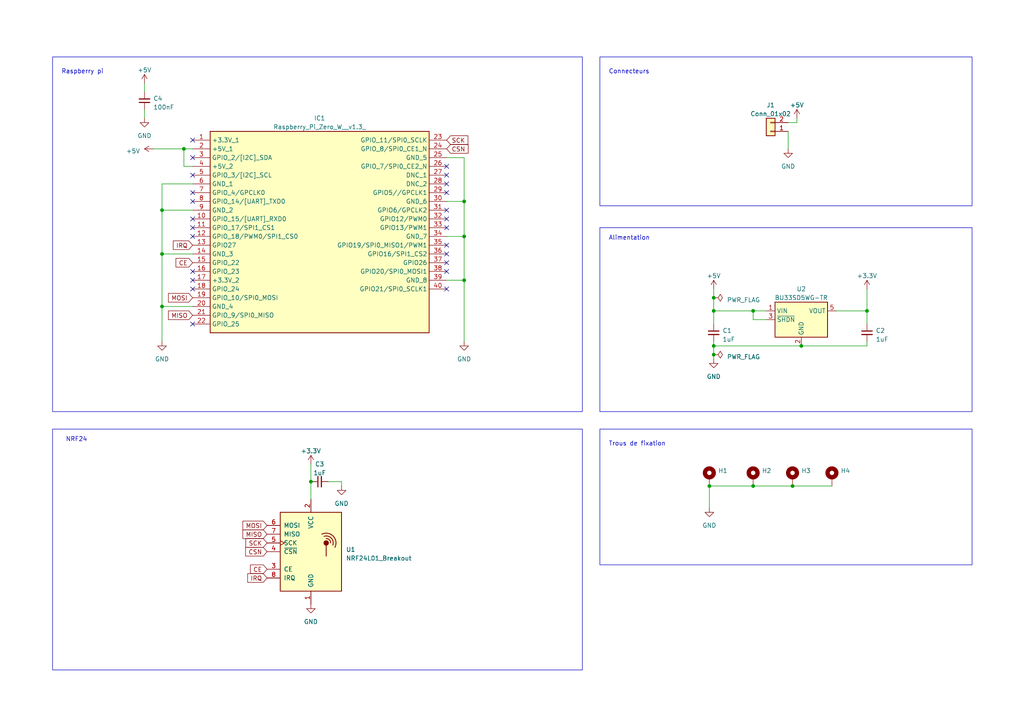
<source format=kicad_sch>
(kicad_sch (version 20230121) (generator eeschema)

  (uuid 3f261291-2464-497c-875a-1ae6dad98f9a)

  (paper "A4")

  (title_block
    (title "Connecteurs_seuls")
    (date "2023-04-18")
    (rev "1.0")
    (company "ENSEA")
    (comment 1 "Alphonse RIVOIRE")
  )

  (lib_symbols
    (symbol "Connector_Generic:Conn_01x02" (pin_names (offset 1.016) hide) (in_bom yes) (on_board yes)
      (property "Reference" "J" (at 0 2.54 0)
        (effects (font (size 1.27 1.27)))
      )
      (property "Value" "Conn_01x02" (at 0 -5.08 0)
        (effects (font (size 1.27 1.27)))
      )
      (property "Footprint" "" (at 0 0 0)
        (effects (font (size 1.27 1.27)) hide)
      )
      (property "Datasheet" "~" (at 0 0 0)
        (effects (font (size 1.27 1.27)) hide)
      )
      (property "ki_keywords" "connector" (at 0 0 0)
        (effects (font (size 1.27 1.27)) hide)
      )
      (property "ki_description" "Generic connector, single row, 01x02, script generated (kicad-library-utils/schlib/autogen/connector/)" (at 0 0 0)
        (effects (font (size 1.27 1.27)) hide)
      )
      (property "ki_fp_filters" "Connector*:*_1x??_*" (at 0 0 0)
        (effects (font (size 1.27 1.27)) hide)
      )
      (symbol "Conn_01x02_1_1"
        (rectangle (start -1.27 -2.413) (end 0 -2.667)
          (stroke (width 0.1524) (type default))
          (fill (type none))
        )
        (rectangle (start -1.27 0.127) (end 0 -0.127)
          (stroke (width 0.1524) (type default))
          (fill (type none))
        )
        (rectangle (start -1.27 1.27) (end 1.27 -3.81)
          (stroke (width 0.254) (type default))
          (fill (type background))
        )
        (pin passive line (at -5.08 0 0) (length 3.81)
          (name "Pin_1" (effects (font (size 1.27 1.27))))
          (number "1" (effects (font (size 1.27 1.27))))
        )
        (pin passive line (at -5.08 -2.54 0) (length 3.81)
          (name "Pin_2" (effects (font (size 1.27 1.27))))
          (number "2" (effects (font (size 1.27 1.27))))
        )
      )
    )
    (symbol "Device:C_Small" (pin_numbers hide) (pin_names (offset 0.254) hide) (in_bom yes) (on_board yes)
      (property "Reference" "C" (at 0.254 1.778 0)
        (effects (font (size 1.27 1.27)) (justify left))
      )
      (property "Value" "C_Small" (at 0.254 -2.032 0)
        (effects (font (size 1.27 1.27)) (justify left))
      )
      (property "Footprint" "" (at 0 0 0)
        (effects (font (size 1.27 1.27)) hide)
      )
      (property "Datasheet" "~" (at 0 0 0)
        (effects (font (size 1.27 1.27)) hide)
      )
      (property "ki_keywords" "capacitor cap" (at 0 0 0)
        (effects (font (size 1.27 1.27)) hide)
      )
      (property "ki_description" "Unpolarized capacitor, small symbol" (at 0 0 0)
        (effects (font (size 1.27 1.27)) hide)
      )
      (property "ki_fp_filters" "C_*" (at 0 0 0)
        (effects (font (size 1.27 1.27)) hide)
      )
      (symbol "C_Small_0_1"
        (polyline
          (pts
            (xy -1.524 -0.508)
            (xy 1.524 -0.508)
          )
          (stroke (width 0.3302) (type default))
          (fill (type none))
        )
        (polyline
          (pts
            (xy -1.524 0.508)
            (xy 1.524 0.508)
          )
          (stroke (width 0.3048) (type default))
          (fill (type none))
        )
      )
      (symbol "C_Small_1_1"
        (pin passive line (at 0 2.54 270) (length 2.032)
          (name "~" (effects (font (size 1.27 1.27))))
          (number "1" (effects (font (size 1.27 1.27))))
        )
        (pin passive line (at 0 -2.54 90) (length 2.032)
          (name "~" (effects (font (size 1.27 1.27))))
          (number "2" (effects (font (size 1.27 1.27))))
        )
      )
    )
    (symbol "Mechanical:MountingHole_Pad" (pin_numbers hide) (pin_names (offset 1.016) hide) (in_bom yes) (on_board yes)
      (property "Reference" "H" (at 0 6.35 0)
        (effects (font (size 1.27 1.27)))
      )
      (property "Value" "MountingHole_Pad" (at 0 4.445 0)
        (effects (font (size 1.27 1.27)))
      )
      (property "Footprint" "" (at 0 0 0)
        (effects (font (size 1.27 1.27)) hide)
      )
      (property "Datasheet" "~" (at 0 0 0)
        (effects (font (size 1.27 1.27)) hide)
      )
      (property "ki_keywords" "mounting hole" (at 0 0 0)
        (effects (font (size 1.27 1.27)) hide)
      )
      (property "ki_description" "Mounting Hole with connection" (at 0 0 0)
        (effects (font (size 1.27 1.27)) hide)
      )
      (property "ki_fp_filters" "MountingHole*Pad*" (at 0 0 0)
        (effects (font (size 1.27 1.27)) hide)
      )
      (symbol "MountingHole_Pad_0_1"
        (circle (center 0 1.27) (radius 1.27)
          (stroke (width 1.27) (type default))
          (fill (type none))
        )
      )
      (symbol "MountingHole_Pad_1_1"
        (pin input line (at 0 -2.54 90) (length 2.54)
          (name "1" (effects (font (size 1.27 1.27))))
          (number "1" (effects (font (size 1.27 1.27))))
        )
      )
    )
    (symbol "RF:NRF24L01_Breakout" (pin_names (offset 1.016)) (in_bom yes) (on_board yes)
      (property "Reference" "U" (at -8.89 12.7 0)
        (effects (font (size 1.27 1.27)) (justify left))
      )
      (property "Value" "NRF24L01_Breakout" (at 3.81 12.7 0)
        (effects (font (size 1.27 1.27)) (justify left))
      )
      (property "Footprint" "RF_Module:nRF24L01_Breakout" (at 3.81 15.24 0)
        (effects (font (size 1.27 1.27) italic) (justify left) hide)
      )
      (property "Datasheet" "http://www.nordicsemi.com/eng/content/download/2730/34105/file/nRF24L01_Product_Specification_v2_0.pdf" (at 0 -2.54 0)
        (effects (font (size 1.27 1.27)) hide)
      )
      (property "ki_keywords" "Low Power RF Transceiver breakout carrier" (at 0 0 0)
        (effects (font (size 1.27 1.27)) hide)
      )
      (property "ki_description" "Ultra low power 2.4GHz RF Transceiver, Carrier PCB" (at 0 0 0)
        (effects (font (size 1.27 1.27)) hide)
      )
      (property "ki_fp_filters" "nRF24L01*Breakout*" (at 0 0 0)
        (effects (font (size 1.27 1.27)) hide)
      )
      (symbol "NRF24L01_Breakout_0_1"
        (rectangle (start -8.89 11.43) (end 8.89 -11.43)
          (stroke (width 0.254) (type default))
          (fill (type background))
        )
        (polyline
          (pts
            (xy 4.445 1.905)
            (xy 4.445 -1.27)
          )
          (stroke (width 0.254) (type default))
          (fill (type none))
        )
        (circle (center 4.445 2.54) (radius 0.635)
          (stroke (width 0.254) (type default))
          (fill (type outline))
        )
        (arc (start 5.715 2.54) (mid 5.3521 3.4546) (end 4.445 3.81)
          (stroke (width 0.254) (type default))
          (fill (type none))
        )
        (arc (start 6.35 1.905) (mid 5.8763 3.9854) (end 3.81 4.445)
          (stroke (width 0.254) (type default))
          (fill (type none))
        )
        (arc (start 6.985 1.27) (mid 6.453 4.548) (end 3.175 5.08)
          (stroke (width 0.254) (type default))
          (fill (type none))
        )
      )
      (symbol "NRF24L01_Breakout_1_1"
        (pin power_in line (at 0 -15.24 90) (length 3.81)
          (name "GND" (effects (font (size 1.27 1.27))))
          (number "1" (effects (font (size 1.27 1.27))))
        )
        (pin power_in line (at 0 15.24 270) (length 3.81)
          (name "VCC" (effects (font (size 1.27 1.27))))
          (number "2" (effects (font (size 1.27 1.27))))
        )
        (pin input line (at -12.7 -5.08 0) (length 3.81)
          (name "CE" (effects (font (size 1.27 1.27))))
          (number "3" (effects (font (size 1.27 1.27))))
        )
        (pin input line (at -12.7 0 0) (length 3.81)
          (name "~{CSN}" (effects (font (size 1.27 1.27))))
          (number "4" (effects (font (size 1.27 1.27))))
        )
        (pin input clock (at -12.7 2.54 0) (length 3.81)
          (name "SCK" (effects (font (size 1.27 1.27))))
          (number "5" (effects (font (size 1.27 1.27))))
        )
        (pin input line (at -12.7 7.62 0) (length 3.81)
          (name "MOSI" (effects (font (size 1.27 1.27))))
          (number "6" (effects (font (size 1.27 1.27))))
        )
        (pin output line (at -12.7 5.08 0) (length 3.81)
          (name "MISO" (effects (font (size 1.27 1.27))))
          (number "7" (effects (font (size 1.27 1.27))))
        )
        (pin output line (at -12.7 -7.62 0) (length 3.81)
          (name "IRQ" (effects (font (size 1.27 1.27))))
          (number "8" (effects (font (size 1.27 1.27))))
        )
      )
    )
    (symbol "Raspberry_pi_zero_1v1_2x20:Raspberry_Pi_Zero_W__v1.3_" (in_bom yes) (on_board yes)
      (property "Reference" "IC1" (at 36.83 6.35 0)
        (effects (font (size 1.27 1.27)))
      )
      (property "Value" "Raspberry_Pi_Zero_W__v1.3_" (at 36.83 3.81 0)
        (effects (font (size 1.27 1.27)))
      )
      (property "Footprint" "Connector_PinHeader_2.54mm:PinHeader_2x20_P2.54mm_Vertical" (at 69.85 -94.92 0)
        (effects (font (size 1.27 1.27)) (justify left top) hide)
      )
      (property "Datasheet" "https://cdn.sparkfun.com/assets/learn_tutorials/6/7/6/PiZero_1.pdf" (at 69.85 -194.92 0)
        (effects (font (size 1.27 1.27)) (justify left top) hide)
      )
      (property "Height" "" (at 69.85 -394.92 0)
        (effects (font (size 1.27 1.27)) (justify left top) hide)
      )
      (property "Manufacturer_Name" "RASPBERRY-PI" (at 69.85 -494.92 0)
        (effects (font (size 1.27 1.27)) (justify left top) hide)
      )
      (property "Manufacturer_Part_Number" "Raspberry Pi Zero W (v1.3)" (at 69.85 -594.92 0)
        (effects (font (size 1.27 1.27)) (justify left top) hide)
      )
      (property "Mouser Part Number" "" (at 69.85 -694.92 0)
        (effects (font (size 1.27 1.27)) (justify left top) hide)
      )
      (property "Mouser Price/Stock" "" (at 69.85 -794.92 0)
        (effects (font (size 1.27 1.27)) (justify left top) hide)
      )
      (property "Arrow Part Number" "" (at 69.85 -894.92 0)
        (effects (font (size 1.27 1.27)) (justify left top) hide)
      )
      (property "Arrow Price/Stock" "" (at 69.85 -994.92 0)
        (effects (font (size 1.27 1.27)) (justify left top) hide)
      )
      (property "ki_description" "Raspberry Pi Zero W (v1.3) Single-board Computers" (at 0 0 0)
        (effects (font (size 1.27 1.27)) hide)
      )
      (symbol "Raspberry_Pi_Zero_W__v1.3__1_1"
        (rectangle (start 5.08 2.54) (end 68.58 -55.88)
          (stroke (width 0.254) (type default))
          (fill (type background))
        )
        (pin passive line (at 0 0 0) (length 5.08)
          (name "+3.3V_1" (effects (font (size 1.27 1.27))))
          (number "1" (effects (font (size 1.27 1.27))))
        )
        (pin passive line (at 0 -22.86 0) (length 5.08)
          (name "GPIO_15/[UART]_RXD0" (effects (font (size 1.27 1.27))))
          (number "10" (effects (font (size 1.27 1.27))))
        )
        (pin passive line (at 0 -25.4 0) (length 5.08)
          (name "GPIO_17/SPI1_CS1" (effects (font (size 1.27 1.27))))
          (number "11" (effects (font (size 1.27 1.27))))
        )
        (pin passive line (at 0 -27.94 0) (length 5.08)
          (name "GPIO_18/PWM0/SPI1_CS0" (effects (font (size 1.27 1.27))))
          (number "12" (effects (font (size 1.27 1.27))))
        )
        (pin passive line (at 0 -30.48 0) (length 5.08)
          (name "GPIO27" (effects (font (size 1.27 1.27))))
          (number "13" (effects (font (size 1.27 1.27))))
        )
        (pin passive line (at 0 -33.02 0) (length 5.08)
          (name "GND_3" (effects (font (size 1.27 1.27))))
          (number "14" (effects (font (size 1.27 1.27))))
        )
        (pin passive line (at 0 -35.56 0) (length 5.08)
          (name "GPIO_22" (effects (font (size 1.27 1.27))))
          (number "15" (effects (font (size 1.27 1.27))))
        )
        (pin passive line (at 0 -38.1 0) (length 5.08)
          (name "GPIO_23" (effects (font (size 1.27 1.27))))
          (number "16" (effects (font (size 1.27 1.27))))
        )
        (pin passive line (at 0 -40.64 0) (length 5.08)
          (name "+3.3V_2" (effects (font (size 1.27 1.27))))
          (number "17" (effects (font (size 1.27 1.27))))
        )
        (pin passive line (at 0 -43.18 0) (length 5.08)
          (name "GPIO_24" (effects (font (size 1.27 1.27))))
          (number "18" (effects (font (size 1.27 1.27))))
        )
        (pin passive line (at 0 -45.72 0) (length 5.08)
          (name "GPIO_10/SPI0_MOSI" (effects (font (size 1.27 1.27))))
          (number "19" (effects (font (size 1.27 1.27))))
        )
        (pin passive line (at 0 -2.54 0) (length 5.08)
          (name "+5V_1" (effects (font (size 1.27 1.27))))
          (number "2" (effects (font (size 1.27 1.27))))
        )
        (pin passive line (at 0 -48.26 0) (length 5.08)
          (name "GND_4" (effects (font (size 1.27 1.27))))
          (number "20" (effects (font (size 1.27 1.27))))
        )
        (pin passive line (at 0 -50.8 0) (length 5.08)
          (name "GPIO_9/SPI0_MISO" (effects (font (size 1.27 1.27))))
          (number "21" (effects (font (size 1.27 1.27))))
        )
        (pin passive line (at 0 -53.34 0) (length 5.08)
          (name "GPIO_25" (effects (font (size 1.27 1.27))))
          (number "22" (effects (font (size 1.27 1.27))))
        )
        (pin passive line (at 73.66 0 180) (length 5.08)
          (name "GPIO_11/SPI0_SCLK" (effects (font (size 1.27 1.27))))
          (number "23" (effects (font (size 1.27 1.27))))
        )
        (pin passive line (at 73.66 -2.54 180) (length 5.08)
          (name "GPIO_8/SPI0_CE1_N" (effects (font (size 1.27 1.27))))
          (number "24" (effects (font (size 1.27 1.27))))
        )
        (pin passive line (at 73.66 -5.08 180) (length 5.08)
          (name "GND_5" (effects (font (size 1.27 1.27))))
          (number "25" (effects (font (size 1.27 1.27))))
        )
        (pin passive line (at 73.66 -7.62 180) (length 5.08)
          (name "GPIO_7/SPI0_CE2_N" (effects (font (size 1.27 1.27))))
          (number "26" (effects (font (size 1.27 1.27))))
        )
        (pin passive line (at 73.66 -10.16 180) (length 5.08)
          (name "DNC_1" (effects (font (size 1.27 1.27))))
          (number "27" (effects (font (size 1.27 1.27))))
        )
        (pin passive line (at 73.66 -12.7 180) (length 5.08)
          (name "DNC_2" (effects (font (size 1.27 1.27))))
          (number "28" (effects (font (size 1.27 1.27))))
        )
        (pin passive line (at 73.66 -15.24 180) (length 5.08)
          (name "GPIO5//GPCLK1" (effects (font (size 1.27 1.27))))
          (number "29" (effects (font (size 1.27 1.27))))
        )
        (pin passive line (at 0 -5.08 0) (length 5.08)
          (name "GPIO_2/[I2C]_SDA" (effects (font (size 1.27 1.27))))
          (number "3" (effects (font (size 1.27 1.27))))
        )
        (pin passive line (at 73.66 -17.78 180) (length 5.08)
          (name "GND_6" (effects (font (size 1.27 1.27))))
          (number "30" (effects (font (size 1.27 1.27))))
        )
        (pin passive line (at 73.66 -20.32 180) (length 5.08)
          (name "GPIO6/GPCLK2" (effects (font (size 1.27 1.27))))
          (number "31" (effects (font (size 1.27 1.27))))
        )
        (pin passive line (at 73.66 -22.86 180) (length 5.08)
          (name "GPIO12/PWM0" (effects (font (size 1.27 1.27))))
          (number "32" (effects (font (size 1.27 1.27))))
        )
        (pin passive line (at 73.66 -25.4 180) (length 5.08)
          (name "GPIO13/PWM1" (effects (font (size 1.27 1.27))))
          (number "33" (effects (font (size 1.27 1.27))))
        )
        (pin passive line (at 73.66 -27.94 180) (length 5.08)
          (name "GND_7" (effects (font (size 1.27 1.27))))
          (number "34" (effects (font (size 1.27 1.27))))
        )
        (pin passive line (at 73.66 -30.48 180) (length 5.08)
          (name "GPIO19/SPI0_MISO1/PWM1" (effects (font (size 1.27 1.27))))
          (number "35" (effects (font (size 1.27 1.27))))
        )
        (pin passive line (at 73.66 -33.02 180) (length 5.08)
          (name "GPIO16/SPI1_CS2" (effects (font (size 1.27 1.27))))
          (number "36" (effects (font (size 1.27 1.27))))
        )
        (pin passive line (at 73.66 -35.56 180) (length 5.08)
          (name "GPIO26" (effects (font (size 1.27 1.27))))
          (number "37" (effects (font (size 1.27 1.27))))
        )
        (pin passive line (at 73.66 -38.1 180) (length 5.08)
          (name "GPIO20/SPI0_MOSI1" (effects (font (size 1.27 1.27))))
          (number "38" (effects (font (size 1.27 1.27))))
        )
        (pin passive line (at 73.66 -40.64 180) (length 5.08)
          (name "GND_8" (effects (font (size 1.27 1.27))))
          (number "39" (effects (font (size 1.27 1.27))))
        )
        (pin passive line (at 0 -7.62 0) (length 5.08)
          (name "+5V_2" (effects (font (size 1.27 1.27))))
          (number "4" (effects (font (size 1.27 1.27))))
        )
        (pin passive line (at 73.66 -43.18 180) (length 5.08)
          (name "GPIO21/SPI0_SCLK1" (effects (font (size 1.27 1.27))))
          (number "40" (effects (font (size 1.27 1.27))))
        )
        (pin passive line (at 0 -10.16 0) (length 5.08)
          (name "GPIO_3/[I2C]_SCL" (effects (font (size 1.27 1.27))))
          (number "5" (effects (font (size 1.27 1.27))))
        )
        (pin passive line (at 0 -12.7 0) (length 5.08)
          (name "GND_1" (effects (font (size 1.27 1.27))))
          (number "6" (effects (font (size 1.27 1.27))))
        )
        (pin passive line (at 0 -15.24 0) (length 5.08)
          (name "GPIO_4/GPCLK0" (effects (font (size 1.27 1.27))))
          (number "7" (effects (font (size 1.27 1.27))))
        )
        (pin passive line (at 0 -17.78 0) (length 5.08)
          (name "GPIO_14/[UART]_TXD0" (effects (font (size 1.27 1.27))))
          (number "8" (effects (font (size 1.27 1.27))))
        )
        (pin passive line (at 0 -20.32 0) (length 5.08)
          (name "GND_2" (effects (font (size 1.27 1.27))))
          (number "9" (effects (font (size 1.27 1.27))))
        )
      )
    )
    (symbol "Regulator_Linear:MCP1802x-xx02xOT" (in_bom yes) (on_board yes)
      (property "Reference" "U" (at -6.35 6.35 0)
        (effects (font (size 1.27 1.27)) (justify left))
      )
      (property "Value" "MCP1802x-xx02xOT" (at 0 6.35 0)
        (effects (font (size 1.27 1.27)) (justify left))
      )
      (property "Footprint" "Package_TO_SOT_SMD:SOT-23-5" (at -6.35 8.89 0)
        (effects (font (size 1.27 1.27) italic) (justify left) hide)
      )
      (property "Datasheet" "http://ww1.microchip.com/downloads/en/DeviceDoc/22053C.pdf" (at 0 -2.54 0)
        (effects (font (size 1.27 1.27)) hide)
      )
      (property "ki_keywords" "LDO Linear Voltage Regulator" (at 0 0 0)
        (effects (font (size 1.27 1.27)) hide)
      )
      (property "ki_description" "150mA, Tiny CMOS LDO With Shutdown, Fixed Voltage, SOT-23-5" (at 0 0 0)
        (effects (font (size 1.27 1.27)) hide)
      )
      (property "ki_fp_filters" "SOT?23*" (at 0 0 0)
        (effects (font (size 1.27 1.27)) hide)
      )
      (symbol "MCP1802x-xx02xOT_0_1"
        (rectangle (start -7.62 5.08) (end 7.62 -5.08)
          (stroke (width 0.254) (type default))
          (fill (type background))
        )
      )
      (symbol "MCP1802x-xx02xOT_1_1"
        (pin power_in line (at -10.16 2.54 0) (length 2.54)
          (name "VIN" (effects (font (size 1.27 1.27))))
          (number "1" (effects (font (size 1.27 1.27))))
        )
        (pin power_in line (at 0 -7.62 90) (length 2.54)
          (name "GND" (effects (font (size 1.27 1.27))))
          (number "2" (effects (font (size 1.27 1.27))))
        )
        (pin input line (at -10.16 0 0) (length 2.54)
          (name "~{SHDN}" (effects (font (size 1.27 1.27))))
          (number "3" (effects (font (size 1.27 1.27))))
        )
        (pin no_connect line (at 7.62 0 180) (length 2.54) hide
          (name "NC" (effects (font (size 1.27 1.27))))
          (number "4" (effects (font (size 1.27 1.27))))
        )
        (pin power_out line (at 10.16 2.54 180) (length 2.54)
          (name "VOUT" (effects (font (size 1.27 1.27))))
          (number "5" (effects (font (size 1.27 1.27))))
        )
      )
    )
    (symbol "power:+3.3V" (power) (pin_names (offset 0)) (in_bom yes) (on_board yes)
      (property "Reference" "#PWR" (at 0 -3.81 0)
        (effects (font (size 1.27 1.27)) hide)
      )
      (property "Value" "+3.3V" (at 0 3.556 0)
        (effects (font (size 1.27 1.27)))
      )
      (property "Footprint" "" (at 0 0 0)
        (effects (font (size 1.27 1.27)) hide)
      )
      (property "Datasheet" "" (at 0 0 0)
        (effects (font (size 1.27 1.27)) hide)
      )
      (property "ki_keywords" "global power" (at 0 0 0)
        (effects (font (size 1.27 1.27)) hide)
      )
      (property "ki_description" "Power symbol creates a global label with name \"+3.3V\"" (at 0 0 0)
        (effects (font (size 1.27 1.27)) hide)
      )
      (symbol "+3.3V_0_1"
        (polyline
          (pts
            (xy -0.762 1.27)
            (xy 0 2.54)
          )
          (stroke (width 0) (type default))
          (fill (type none))
        )
        (polyline
          (pts
            (xy 0 0)
            (xy 0 2.54)
          )
          (stroke (width 0) (type default))
          (fill (type none))
        )
        (polyline
          (pts
            (xy 0 2.54)
            (xy 0.762 1.27)
          )
          (stroke (width 0) (type default))
          (fill (type none))
        )
      )
      (symbol "+3.3V_1_1"
        (pin power_in line (at 0 0 90) (length 0) hide
          (name "+3.3V" (effects (font (size 1.27 1.27))))
          (number "1" (effects (font (size 1.27 1.27))))
        )
      )
    )
    (symbol "power:+5V" (power) (pin_names (offset 0)) (in_bom yes) (on_board yes)
      (property "Reference" "#PWR" (at 0 -3.81 0)
        (effects (font (size 1.27 1.27)) hide)
      )
      (property "Value" "+5V" (at 0 3.556 0)
        (effects (font (size 1.27 1.27)))
      )
      (property "Footprint" "" (at 0 0 0)
        (effects (font (size 1.27 1.27)) hide)
      )
      (property "Datasheet" "" (at 0 0 0)
        (effects (font (size 1.27 1.27)) hide)
      )
      (property "ki_keywords" "global power" (at 0 0 0)
        (effects (font (size 1.27 1.27)) hide)
      )
      (property "ki_description" "Power symbol creates a global label with name \"+5V\"" (at 0 0 0)
        (effects (font (size 1.27 1.27)) hide)
      )
      (symbol "+5V_0_1"
        (polyline
          (pts
            (xy -0.762 1.27)
            (xy 0 2.54)
          )
          (stroke (width 0) (type default))
          (fill (type none))
        )
        (polyline
          (pts
            (xy 0 0)
            (xy 0 2.54)
          )
          (stroke (width 0) (type default))
          (fill (type none))
        )
        (polyline
          (pts
            (xy 0 2.54)
            (xy 0.762 1.27)
          )
          (stroke (width 0) (type default))
          (fill (type none))
        )
      )
      (symbol "+5V_1_1"
        (pin power_in line (at 0 0 90) (length 0) hide
          (name "+5V" (effects (font (size 1.27 1.27))))
          (number "1" (effects (font (size 1.27 1.27))))
        )
      )
    )
    (symbol "power:GND" (power) (pin_names (offset 0)) (in_bom yes) (on_board yes)
      (property "Reference" "#PWR" (at 0 -6.35 0)
        (effects (font (size 1.27 1.27)) hide)
      )
      (property "Value" "GND" (at 0 -3.81 0)
        (effects (font (size 1.27 1.27)))
      )
      (property "Footprint" "" (at 0 0 0)
        (effects (font (size 1.27 1.27)) hide)
      )
      (property "Datasheet" "" (at 0 0 0)
        (effects (font (size 1.27 1.27)) hide)
      )
      (property "ki_keywords" "global power" (at 0 0 0)
        (effects (font (size 1.27 1.27)) hide)
      )
      (property "ki_description" "Power symbol creates a global label with name \"GND\" , ground" (at 0 0 0)
        (effects (font (size 1.27 1.27)) hide)
      )
      (symbol "GND_0_1"
        (polyline
          (pts
            (xy 0 0)
            (xy 0 -1.27)
            (xy 1.27 -1.27)
            (xy 0 -2.54)
            (xy -1.27 -1.27)
            (xy 0 -1.27)
          )
          (stroke (width 0) (type default))
          (fill (type none))
        )
      )
      (symbol "GND_1_1"
        (pin power_in line (at 0 0 270) (length 0) hide
          (name "GND" (effects (font (size 1.27 1.27))))
          (number "1" (effects (font (size 1.27 1.27))))
        )
      )
    )
    (symbol "power:PWR_FLAG" (power) (pin_numbers hide) (pin_names (offset 0) hide) (in_bom yes) (on_board yes)
      (property "Reference" "#FLG" (at 0 1.905 0)
        (effects (font (size 1.27 1.27)) hide)
      )
      (property "Value" "PWR_FLAG" (at 0 3.81 0)
        (effects (font (size 1.27 1.27)))
      )
      (property "Footprint" "" (at 0 0 0)
        (effects (font (size 1.27 1.27)) hide)
      )
      (property "Datasheet" "~" (at 0 0 0)
        (effects (font (size 1.27 1.27)) hide)
      )
      (property "ki_keywords" "flag power" (at 0 0 0)
        (effects (font (size 1.27 1.27)) hide)
      )
      (property "ki_description" "Special symbol for telling ERC where power comes from" (at 0 0 0)
        (effects (font (size 1.27 1.27)) hide)
      )
      (symbol "PWR_FLAG_0_0"
        (pin power_out line (at 0 0 90) (length 0)
          (name "pwr" (effects (font (size 1.27 1.27))))
          (number "1" (effects (font (size 1.27 1.27))))
        )
      )
      (symbol "PWR_FLAG_0_1"
        (polyline
          (pts
            (xy 0 0)
            (xy 0 1.27)
            (xy -1.016 1.905)
            (xy 0 2.54)
            (xy 1.016 1.905)
            (xy 0 1.27)
          )
          (stroke (width 0) (type default))
          (fill (type none))
        )
      )
    )
  )

  (junction (at 53.34 43.18) (diameter 0) (color 0 0 0 0)
    (uuid 042db5ee-9b11-4826-abdf-a4fc4ff36285)
  )
  (junction (at 46.99 88.9) (diameter 0) (color 0 0 0 0)
    (uuid 04b451ec-0bc0-4d13-98a4-ebf04142e03e)
  )
  (junction (at 46.99 73.66) (diameter 0) (color 0 0 0 0)
    (uuid 320badd0-a4ed-4ab9-846a-d64621b91398)
  )
  (junction (at 207.01 102.87) (diameter 0) (color 0 0 0 0)
    (uuid 4d9c9a12-d10d-4c4e-9585-16e08277a5ac)
  )
  (junction (at 90.17 139.7) (diameter 0) (color 0 0 0 0)
    (uuid 60d13449-2849-4652-936b-212a7e972606)
  )
  (junction (at 251.46 90.17) (diameter 0) (color 0 0 0 0)
    (uuid 6209b00e-07c8-4bfa-8e36-5124fa8cb0be)
  )
  (junction (at 207.01 100.33) (diameter 0) (color 0 0 0 0)
    (uuid 626e8c5c-aa63-4997-ac78-7343ab8c5ece)
  )
  (junction (at 46.99 60.96) (diameter 0) (color 0 0 0 0)
    (uuid 6440dd51-fdd1-4f0b-a5a6-aa2054709253)
  )
  (junction (at 207.01 90.17) (diameter 0) (color 0 0 0 0)
    (uuid 843804a7-4432-4fcf-8f74-7ed711959047)
  )
  (junction (at 134.62 58.42) (diameter 0) (color 0 0 0 0)
    (uuid 96030dee-7125-43d8-970a-7c530a8ae04d)
  )
  (junction (at 205.74 140.97) (diameter 0) (color 0 0 0 0)
    (uuid aabfc69a-2c0b-4b94-b4b2-d582532ab151)
  )
  (junction (at 218.44 140.97) (diameter 0) (color 0 0 0 0)
    (uuid af34e498-dd55-4b82-8548-c2fd12c6c2ca)
  )
  (junction (at 232.41 100.33) (diameter 0) (color 0 0 0 0)
    (uuid af8b4ef9-17dc-497c-9aec-59dcd06b6900)
  )
  (junction (at 134.62 81.28) (diameter 0) (color 0 0 0 0)
    (uuid c4dff3c4-ba2a-4af3-bde0-71ed537780c5)
  )
  (junction (at 207.01 86.36) (diameter 0) (color 0 0 0 0)
    (uuid cf225e3a-aba8-44a0-9128-a4dd0d648492)
  )
  (junction (at 218.44 90.17) (diameter 0) (color 0 0 0 0)
    (uuid d50994b9-04f4-4fd2-b309-61586f688524)
  )
  (junction (at 229.87 140.97) (diameter 0) (color 0 0 0 0)
    (uuid d798278c-6a63-4a5b-9577-ba44302fe6bb)
  )
  (junction (at 134.62 68.58) (diameter 0) (color 0 0 0 0)
    (uuid fde81b18-c431-4ebe-8ec3-8485827722ed)
  )

  (no_connect (at 55.88 66.04) (uuid 05b6ed90-68ff-4deb-b4f4-b2bab77b81dd))
  (no_connect (at 129.54 83.82) (uuid 194379e5-9787-4451-82e5-3f8cdae033be))
  (no_connect (at 129.54 63.5) (uuid 309f5444-3f92-4777-be0c-c395ffb32c9e))
  (no_connect (at 55.88 63.5) (uuid 47bdf4e0-ab45-49a9-92b7-4726e510fb80))
  (no_connect (at 129.54 60.96) (uuid 5712309d-d15e-464c-a716-e2a3a5d4f8ac))
  (no_connect (at 129.54 50.8) (uuid 5f3708ec-f71f-4f56-818e-1bf9f556645e))
  (no_connect (at 55.88 40.64) (uuid 655faac4-1c2b-481f-aa71-8dad6512afb4))
  (no_connect (at 129.54 73.66) (uuid 6f7d508c-28d4-4cd5-9e40-c14802a8b217))
  (no_connect (at 55.88 45.72) (uuid 7491c10e-1324-438d-9a0a-51f60801cf0f))
  (no_connect (at 55.88 83.82) (uuid 7d6a0102-251f-450b-a90e-c762c91748fd))
  (no_connect (at 55.88 50.8) (uuid 885573bd-7483-4366-b250-d1f923f231af))
  (no_connect (at 129.54 53.34) (uuid 88e23f48-0bcf-4013-9721-24d7c2a09aed))
  (no_connect (at 55.88 93.98) (uuid 8cb1e13a-91b3-4042-942a-6a61184638f9))
  (no_connect (at 55.88 58.42) (uuid 947e493a-b71e-43a1-944a-3cf4bd90139a))
  (no_connect (at 55.88 68.58) (uuid 9ae2c0b4-08ca-45aa-8484-2b611cd5423a))
  (no_connect (at 55.88 81.28) (uuid ab8eb46b-3f30-4852-8724-a8d284094f9d))
  (no_connect (at 55.88 55.88) (uuid ad8acc94-aef2-4537-8df4-fab4c9b1642c))
  (no_connect (at 129.54 76.2) (uuid b06850d9-eb6e-490e-bfd7-dd18853c3fef))
  (no_connect (at 129.54 55.88) (uuid b06c3919-1b77-4c11-baf0-d89db2646cfc))
  (no_connect (at 129.54 78.74) (uuid dad5f48d-dfe7-4891-93f5-4e8c102e5d2b))
  (no_connect (at 129.54 66.04) (uuid e77759fa-55cc-4549-a60d-14cc14957eea))
  (no_connect (at 129.54 71.12) (uuid f07895a9-e9d8-4099-b58b-a329599fb552))
  (no_connect (at 129.54 48.26) (uuid f7b92c43-e954-4935-9c94-c7123c453e9a))
  (no_connect (at 55.88 78.74) (uuid fb66947a-dbca-441d-b547-58317b8757d9))

  (wire (pts (xy 53.34 43.18) (xy 53.34 48.26))
    (stroke (width 0) (type default))
    (uuid 01b2dd70-199f-4d67-ba6c-1d2ae2d6146b)
  )
  (wire (pts (xy 129.54 58.42) (xy 134.62 58.42))
    (stroke (width 0) (type default))
    (uuid 05e12f57-1065-49c8-9d38-94a9e6c01bd1)
  )
  (wire (pts (xy 134.62 45.72) (xy 134.62 58.42))
    (stroke (width 0) (type default))
    (uuid 1c9035ca-1d1f-41e6-b677-65206e6805fc)
  )
  (wire (pts (xy 218.44 90.17) (xy 222.25 90.17))
    (stroke (width 0) (type default))
    (uuid 24dfbce7-876f-433b-8b7b-7d2106d639dc)
  )
  (wire (pts (xy 207.01 99.06) (xy 207.01 100.33))
    (stroke (width 0) (type default))
    (uuid 265b3b59-96b7-4a1d-ab18-7822a46ddd36)
  )
  (wire (pts (xy 251.46 99.06) (xy 251.46 100.33))
    (stroke (width 0) (type default))
    (uuid 26a1dc7d-e84f-4d62-943f-e30bee76a466)
  )
  (wire (pts (xy 44.45 43.18) (xy 53.34 43.18))
    (stroke (width 0) (type default))
    (uuid 28e948e9-8739-4b09-b14a-f7cdf42b3fd5)
  )
  (wire (pts (xy 251.46 90.17) (xy 251.46 93.98))
    (stroke (width 0) (type default))
    (uuid 2f57af0b-3257-489f-b3df-3158976d721a)
  )
  (wire (pts (xy 46.99 53.34) (xy 46.99 60.96))
    (stroke (width 0) (type default))
    (uuid 2f84b94c-5960-451b-9c91-efd205ae4dae)
  )
  (wire (pts (xy 55.88 53.34) (xy 46.99 53.34))
    (stroke (width 0) (type default))
    (uuid 2f9ebf87-a7c9-43a5-9a38-bb881e5e48f3)
  )
  (wire (pts (xy 205.74 140.97) (xy 205.74 147.32))
    (stroke (width 0) (type default))
    (uuid 30d8d3dd-d941-432e-afb6-625d0a5b04c9)
  )
  (wire (pts (xy 232.41 100.33) (xy 251.46 100.33))
    (stroke (width 0) (type default))
    (uuid 310d64f2-af81-4a9d-9fbe-464b17d2b736)
  )
  (wire (pts (xy 207.01 102.87) (xy 207.01 104.14))
    (stroke (width 0) (type default))
    (uuid 34b589a1-be51-4415-8ca9-9537dad50613)
  )
  (wire (pts (xy 41.91 24.13) (xy 41.91 26.67))
    (stroke (width 0) (type default))
    (uuid 3727adaf-54f5-437c-b827-37c71659d66a)
  )
  (wire (pts (xy 46.99 73.66) (xy 46.99 88.9))
    (stroke (width 0) (type default))
    (uuid 39a04a28-9794-4ff1-b90b-9c553b436302)
  )
  (wire (pts (xy 95.25 139.7) (xy 99.06 139.7))
    (stroke (width 0) (type default))
    (uuid 3abb3955-0c87-44ab-a31a-d525dfbc151a)
  )
  (wire (pts (xy 99.06 139.7) (xy 99.06 140.97))
    (stroke (width 0) (type default))
    (uuid 3b512902-f132-4145-9a8e-05fabbf06228)
  )
  (wire (pts (xy 218.44 92.71) (xy 218.44 90.17))
    (stroke (width 0) (type default))
    (uuid 47cbde75-ee47-4f07-9347-9deec2772b15)
  )
  (wire (pts (xy 207.01 86.36) (xy 207.01 83.82))
    (stroke (width 0) (type default))
    (uuid 5249fc86-6f06-4558-955b-92bcf5115f81)
  )
  (wire (pts (xy 55.88 60.96) (xy 46.99 60.96))
    (stroke (width 0) (type default))
    (uuid 5299fb97-b445-4ce0-8f2b-5a09b50f796f)
  )
  (wire (pts (xy 207.01 90.17) (xy 207.01 93.98))
    (stroke (width 0) (type default))
    (uuid 599e199f-247a-4348-be7e-73f095f96a81)
  )
  (wire (pts (xy 53.34 43.18) (xy 55.88 43.18))
    (stroke (width 0) (type default))
    (uuid 5bf74473-ee9c-4777-9c1b-db7457550dc1)
  )
  (wire (pts (xy 207.01 100.33) (xy 207.01 102.87))
    (stroke (width 0) (type default))
    (uuid 6394d8e5-67ee-4ad9-8a21-95312eeda71c)
  )
  (wire (pts (xy 242.57 90.17) (xy 251.46 90.17))
    (stroke (width 0) (type default))
    (uuid 6e9cb631-1a70-46ce-afd8-cbc97aaee031)
  )
  (wire (pts (xy 207.01 90.17) (xy 218.44 90.17))
    (stroke (width 0) (type default))
    (uuid 72b1b11e-1333-422a-8930-e7ac244fffff)
  )
  (wire (pts (xy 228.6 35.56) (xy 231.14 35.56))
    (stroke (width 0) (type default))
    (uuid 73e1446a-22ba-4809-9d63-53725c43981a)
  )
  (wire (pts (xy 134.62 68.58) (xy 134.62 81.28))
    (stroke (width 0) (type default))
    (uuid 813d40eb-1e44-435e-a78d-e6efd1ab4c78)
  )
  (wire (pts (xy 134.62 58.42) (xy 134.62 68.58))
    (stroke (width 0) (type default))
    (uuid 89c1c20f-caf7-4ae7-9d5b-e87812442b6c)
  )
  (wire (pts (xy 205.74 140.97) (xy 218.44 140.97))
    (stroke (width 0) (type default))
    (uuid 8dc19d3d-a580-4aa6-85dd-a988170bb25c)
  )
  (wire (pts (xy 129.54 68.58) (xy 134.62 68.58))
    (stroke (width 0) (type default))
    (uuid 90018f5f-7d03-40f2-8ded-73ff578c0864)
  )
  (wire (pts (xy 207.01 90.17) (xy 207.01 86.36))
    (stroke (width 0) (type default))
    (uuid 9380b152-364a-4815-8583-6e788bb759ec)
  )
  (wire (pts (xy 218.44 140.97) (xy 229.87 140.97))
    (stroke (width 0) (type default))
    (uuid 96e05e77-01a0-4bf5-8893-5252fe612426)
  )
  (wire (pts (xy 46.99 88.9) (xy 46.99 99.06))
    (stroke (width 0) (type default))
    (uuid 9aedd8fa-d18f-4e1b-b942-627197359ca9)
  )
  (wire (pts (xy 251.46 83.82) (xy 251.46 90.17))
    (stroke (width 0) (type default))
    (uuid a2bc51dd-26de-4f92-a2f2-ba5cc27b93dd)
  )
  (wire (pts (xy 229.87 140.97) (xy 241.3 140.97))
    (stroke (width 0) (type default))
    (uuid a5ff4910-be36-4eb2-bc4d-555fbd9e7f33)
  )
  (wire (pts (xy 228.6 38.1) (xy 228.6 43.18))
    (stroke (width 0) (type default))
    (uuid a880c1ed-71bc-4588-939f-785960c7eba3)
  )
  (wire (pts (xy 129.54 45.72) (xy 134.62 45.72))
    (stroke (width 0) (type default))
    (uuid aae94f9a-f92a-4499-a718-388c9e1b04df)
  )
  (wire (pts (xy 41.91 31.75) (xy 41.91 34.29))
    (stroke (width 0) (type default))
    (uuid bbf321e6-06db-432a-b185-5352237ba4a1)
  )
  (wire (pts (xy 222.25 92.71) (xy 218.44 92.71))
    (stroke (width 0) (type default))
    (uuid c0e93ba5-fc88-4bbc-867a-86f19a769069)
  )
  (wire (pts (xy 207.01 100.33) (xy 232.41 100.33))
    (stroke (width 0) (type default))
    (uuid c58392cc-8da2-4626-a870-36d056cd1c35)
  )
  (wire (pts (xy 129.54 81.28) (xy 134.62 81.28))
    (stroke (width 0) (type default))
    (uuid cd74cea9-aeee-4ae4-bdc8-0352b2313bba)
  )
  (wire (pts (xy 55.88 73.66) (xy 46.99 73.66))
    (stroke (width 0) (type default))
    (uuid d133f82a-f3ff-4938-95ba-3de74415c838)
  )
  (wire (pts (xy 134.62 81.28) (xy 134.62 99.06))
    (stroke (width 0) (type default))
    (uuid d3e8ea9a-5e8a-43f5-bb45-eeb656f3bf37)
  )
  (wire (pts (xy 90.17 139.7) (xy 90.17 144.78))
    (stroke (width 0) (type default))
    (uuid dc6b252e-c566-4c08-9546-ba5a1c32397f)
  )
  (wire (pts (xy 46.99 60.96) (xy 46.99 73.66))
    (stroke (width 0) (type default))
    (uuid de483273-e129-4eec-8dd2-fcb755c51191)
  )
  (wire (pts (xy 55.88 48.26) (xy 53.34 48.26))
    (stroke (width 0) (type default))
    (uuid e47b2705-b7ec-4a04-ae0a-927736ea4ee5)
  )
  (wire (pts (xy 55.88 88.9) (xy 46.99 88.9))
    (stroke (width 0) (type default))
    (uuid e5dc4908-a26a-4f16-8beb-9e26b9e2057e)
  )
  (wire (pts (xy 231.14 35.56) (xy 231.14 34.29))
    (stroke (width 0) (type default))
    (uuid eeb6bad2-8ff2-4dd1-8cb3-b58fb3b03f25)
  )
  (wire (pts (xy 90.17 134.62) (xy 90.17 139.7))
    (stroke (width 0) (type default))
    (uuid f9e8dde6-d9be-44d0-91dc-1b4229fad0e4)
  )

  (rectangle (start 173.99 66.04) (end 281.94 119.38)
    (stroke (width 0) (type default))
    (fill (type none))
    (uuid 0a3e7861-9780-4561-915e-3538c4112a88)
  )
  (rectangle (start 15.24 124.46) (end 168.91 194.31)
    (stroke (width 0) (type default))
    (fill (type none))
    (uuid 5bb16523-fb27-4b78-b13c-9777fa6a1c34)
  )
  (rectangle (start 173.99 16.51) (end 281.94 59.69)
    (stroke (width 0) (type default))
    (fill (type none))
    (uuid 637a140f-0dd7-41ba-b533-9a03efbbd8f6)
  )
  (rectangle (start 173.99 124.46) (end 281.94 163.83)
    (stroke (width 0) (type default))
    (fill (type none))
    (uuid c962856c-3c0c-45ec-8cf5-4528c0e7cc5b)
  )
  (rectangle (start 15.24 16.51) (end 168.91 119.38)
    (stroke (width 0) (type default))
    (fill (type none))
    (uuid f94edf49-70a1-452a-9180-72ad6c9fb647)
  )

  (text "Trous de fixation" (at 176.53 129.54 0)
    (effects (font (size 1.27 1.27)) (justify left bottom))
    (uuid 06c936cf-7a6d-44db-aefb-9097ca51b60a)
  )
  (text "Connecteurs" (at 176.53 21.59 0)
    (effects (font (size 1.27 1.27)) (justify left bottom))
    (uuid 56bdaf08-589a-4720-9fbf-c9c7c5bed103)
  )
  (text "NRF24" (at 19.05 128.27 0)
    (effects (font (size 1.27 1.27)) (justify left bottom))
    (uuid 7ce3c600-f9c8-4f1c-bf9a-109499e1c6af)
  )
  (text "Raspberry pi" (at 17.78 21.59 0)
    (effects (font (size 1.27 1.27)) (justify left bottom))
    (uuid c8b0bc12-22c3-4298-85d4-eea3a1f28860)
  )
  (text "Alimentation\n" (at 176.53 69.85 0)
    (effects (font (size 1.27 1.27)) (justify left bottom))
    (uuid da1e98a1-d55d-403d-8598-28b5c3021085)
  )

  (global_label "MOSI" (shape input) (at 77.47 152.4 180) (fields_autoplaced)
    (effects (font (size 1.27 1.27)) (justify right))
    (uuid 013ba9d0-0085-45d0-a849-1e40506af026)
    (property "Intersheetrefs" "${INTERSHEET_REFS}" (at 69.968 152.4 0)
      (effects (font (size 1.27 1.27)) (justify right) hide)
    )
  )
  (global_label "MOSI" (shape input) (at 55.88 86.36 180) (fields_autoplaced)
    (effects (font (size 1.27 1.27)) (justify right))
    (uuid 149a7175-2e4f-49c4-a1b7-2033b1190c15)
    (property "Intersheetrefs" "${INTERSHEET_REFS}" (at 48.378 86.36 0)
      (effects (font (size 1.27 1.27)) (justify right) hide)
    )
  )
  (global_label "CSN" (shape input) (at 77.47 160.02 180) (fields_autoplaced)
    (effects (font (size 1.27 1.27)) (justify right))
    (uuid 1d8154cc-2191-4192-bf10-d2c3202055b4)
    (property "Intersheetrefs" "${INTERSHEET_REFS}" (at 70.7542 160.02 0)
      (effects (font (size 1.27 1.27)) (justify right) hide)
    )
  )
  (global_label "IRQ" (shape input) (at 55.88 71.12 180) (fields_autoplaced)
    (effects (font (size 1.27 1.27)) (justify right))
    (uuid 400cff7d-d03c-4c24-b00f-290494209d76)
    (property "Intersheetrefs" "${INTERSHEET_REFS}" (at 49.7689 71.12 0)
      (effects (font (size 1.27 1.27)) (justify right) hide)
    )
  )
  (global_label "CE" (shape input) (at 77.47 165.1 180) (fields_autoplaced)
    (effects (font (size 1.27 1.27)) (justify right))
    (uuid 6dbf5be6-c64c-4e11-bdd1-75b5ec763a5c)
    (property "Intersheetrefs" "${INTERSHEET_REFS}" (at 72.1452 165.1 0)
      (effects (font (size 1.27 1.27)) (justify right) hide)
    )
  )
  (global_label "MISO" (shape input) (at 77.47 154.94 180) (fields_autoplaced)
    (effects (font (size 1.27 1.27)) (justify right))
    (uuid 88861901-d0f4-4a1d-90b9-0886c385adc4)
    (property "Intersheetrefs" "${INTERSHEET_REFS}" (at 69.968 154.94 0)
      (effects (font (size 1.27 1.27)) (justify right) hide)
    )
  )
  (global_label "IRQ" (shape input) (at 77.47 167.64 180) (fields_autoplaced)
    (effects (font (size 1.27 1.27)) (justify right))
    (uuid a3f25c02-92af-4093-8863-70716cdc8502)
    (property "Intersheetrefs" "${INTERSHEET_REFS}" (at 71.3589 167.64 0)
      (effects (font (size 1.27 1.27)) (justify right) hide)
    )
  )
  (global_label "SCK" (shape input) (at 77.47 157.48 180) (fields_autoplaced)
    (effects (font (size 1.27 1.27)) (justify right))
    (uuid a5a887ed-241c-4461-9cb8-d11e96ca6115)
    (property "Intersheetrefs" "${INTERSHEET_REFS}" (at 70.8147 157.48 0)
      (effects (font (size 1.27 1.27)) (justify right) hide)
    )
  )
  (global_label "SCK" (shape input) (at 129.54 40.64 0) (fields_autoplaced)
    (effects (font (size 1.27 1.27)) (justify left))
    (uuid ade5cca6-d966-44e9-802c-765e879c5fb7)
    (property "Intersheetrefs" "${INTERSHEET_REFS}" (at 136.1953 40.64 0)
      (effects (font (size 1.27 1.27)) (justify left) hide)
    )
  )
  (global_label "CSN" (shape input) (at 129.54 43.18 0) (fields_autoplaced)
    (effects (font (size 1.27 1.27)) (justify left))
    (uuid b7b64a66-eb49-4e03-8b32-89232d73200c)
    (property "Intersheetrefs" "${INTERSHEET_REFS}" (at 136.2558 43.18 0)
      (effects (font (size 1.27 1.27)) (justify left) hide)
    )
  )
  (global_label "CE" (shape input) (at 55.88 76.2 180) (fields_autoplaced)
    (effects (font (size 1.27 1.27)) (justify right))
    (uuid d53e1bf7-fca0-4a11-8291-0579ad03a388)
    (property "Intersheetrefs" "${INTERSHEET_REFS}" (at 50.5552 76.2 0)
      (effects (font (size 1.27 1.27)) (justify right) hide)
    )
  )
  (global_label "MISO" (shape input) (at 55.88 91.44 180) (fields_autoplaced)
    (effects (font (size 1.27 1.27)) (justify right))
    (uuid f94ca7c9-1281-46c2-b4b3-2eed1622436d)
    (property "Intersheetrefs" "${INTERSHEET_REFS}" (at 48.378 91.44 0)
      (effects (font (size 1.27 1.27)) (justify right) hide)
    )
  )

  (symbol (lib_id "Device:C_Small") (at 251.46 96.52 0) (unit 1)
    (in_bom yes) (on_board yes) (dnp no) (fields_autoplaced)
    (uuid 079ebcb3-de6a-4408-ab5f-cbed98f6b739)
    (property "Reference" "C2" (at 254 95.8913 0)
      (effects (font (size 1.27 1.27)) (justify left))
    )
    (property "Value" "1uF" (at 254 98.4313 0)
      (effects (font (size 1.27 1.27)) (justify left))
    )
    (property "Footprint" "Capacitor_SMD:C_1206_3216Metric_Pad1.33x1.80mm_HandSolder" (at 251.46 96.52 0)
      (effects (font (size 1.27 1.27)) hide)
    )
    (property "Datasheet" "~" (at 251.46 96.52 0)
      (effects (font (size 1.27 1.27)) hide)
    )
    (pin "1" (uuid 4119eb29-471f-46cb-82ad-f417cb147e83))
    (pin "2" (uuid 5caa3e98-78be-4a83-a0b0-305d6b0fbc5f))
    (instances
      (project "connecteurs"
        (path "/3f261291-2464-497c-875a-1ae6dad98f9a"
          (reference "C2") (unit 1)
        )
      )
      (project "TDm1"
        (path "/44931c51-e648-4e36-93a2-4e5636f9df75"
          (reference "C8") (unit 1)
        )
      )
    )
  )

  (symbol (lib_id "power:+3.3V") (at 90.17 134.62 0) (unit 1)
    (in_bom yes) (on_board yes) (dnp no) (fields_autoplaced)
    (uuid 0baee270-e143-4c63-b47d-36d4f4514da5)
    (property "Reference" "#PWR06" (at 90.17 138.43 0)
      (effects (font (size 1.27 1.27)) hide)
    )
    (property "Value" "+3.3V" (at 90.17 130.81 0)
      (effects (font (size 1.27 1.27)))
    )
    (property "Footprint" "" (at 90.17 134.62 0)
      (effects (font (size 1.27 1.27)) hide)
    )
    (property "Datasheet" "" (at 90.17 134.62 0)
      (effects (font (size 1.27 1.27)) hide)
    )
    (pin "1" (uuid a80987fb-d3ca-49cf-91db-b700b953ea5a))
    (instances
      (project "connecteurs"
        (path "/3f261291-2464-497c-875a-1ae6dad98f9a"
          (reference "#PWR06") (unit 1)
        )
      )
      (project "premier_test"
        (path "/71c6c979-7aac-4442-9bb2-55cce746269c"
          (reference "#PWR03") (unit 1)
        )
      )
    )
  )

  (symbol (lib_id "power:GND") (at 207.01 104.14 0) (unit 1)
    (in_bom yes) (on_board yes) (dnp no) (fields_autoplaced)
    (uuid 15b22150-874d-4aca-91f3-9de3e61462a6)
    (property "Reference" "#PWR02" (at 207.01 110.49 0)
      (effects (font (size 1.27 1.27)) hide)
    )
    (property "Value" "GND" (at 207.01 109.22 0)
      (effects (font (size 1.27 1.27)))
    )
    (property "Footprint" "" (at 207.01 104.14 0)
      (effects (font (size 1.27 1.27)) hide)
    )
    (property "Datasheet" "" (at 207.01 104.14 0)
      (effects (font (size 1.27 1.27)) hide)
    )
    (pin "1" (uuid adf8e08b-a0b9-4255-ad05-3a528a2d93a5))
    (instances
      (project "connecteurs"
        (path "/3f261291-2464-497c-875a-1ae6dad98f9a"
          (reference "#PWR02") (unit 1)
        )
      )
      (project "TDm1"
        (path "/44931c51-e648-4e36-93a2-4e5636f9df75"
          (reference "#PWR013") (unit 1)
        )
      )
    )
  )

  (symbol (lib_id "Mechanical:MountingHole_Pad") (at 218.44 138.43 0) (unit 1)
    (in_bom yes) (on_board yes) (dnp no) (fields_autoplaced)
    (uuid 1b3d0b2d-f88c-40a2-bfd9-9e90633674a6)
    (property "Reference" "H2" (at 220.98 136.525 0)
      (effects (font (size 1.27 1.27)) (justify left))
    )
    (property "Value" "MountingHole_Pad" (at 220.98 139.065 0)
      (effects (font (size 1.27 1.27)) (justify left) hide)
    )
    (property "Footprint" "MountingHole:MountingHole_2.7mm_M2.5_DIN965_Pad" (at 218.44 138.43 0)
      (effects (font (size 1.27 1.27)) hide)
    )
    (property "Datasheet" "~" (at 218.44 138.43 0)
      (effects (font (size 1.27 1.27)) hide)
    )
    (pin "1" (uuid 0e3d48d6-35e8-48ba-972a-2069007f5d60))
    (instances
      (project "connecteurs"
        (path "/3f261291-2464-497c-875a-1ae6dad98f9a"
          (reference "H2") (unit 1)
        )
      )
      (project "premier_test"
        (path "/71c6c979-7aac-4442-9bb2-55cce746269c"
          (reference "H2") (unit 1)
        )
      )
    )
  )

  (symbol (lib_id "power:+5V") (at 231.14 34.29 0) (unit 1)
    (in_bom yes) (on_board yes) (dnp no) (fields_autoplaced)
    (uuid 2ff456b9-9143-4b96-9b9c-819feff68013)
    (property "Reference" "#PWR014" (at 231.14 38.1 0)
      (effects (font (size 1.27 1.27)) hide)
    )
    (property "Value" "+5V" (at 231.14 30.48 0)
      (effects (font (size 1.27 1.27)))
    )
    (property "Footprint" "" (at 231.14 34.29 0)
      (effects (font (size 1.27 1.27)) hide)
    )
    (property "Datasheet" "" (at 231.14 34.29 0)
      (effects (font (size 1.27 1.27)) hide)
    )
    (pin "1" (uuid f50e610c-6904-46be-bd3d-180c68b00a2d))
    (instances
      (project "connecteurs"
        (path "/3f261291-2464-497c-875a-1ae6dad98f9a"
          (reference "#PWR014") (unit 1)
        )
      )
      (project "TDm1"
        (path "/44931c51-e648-4e36-93a2-4e5636f9df75"
          (reference "#PWR025") (unit 1)
        )
      )
    )
  )

  (symbol (lib_id "Regulator_Linear:MCP1802x-xx02xOT") (at 232.41 92.71 0) (unit 1)
    (in_bom yes) (on_board yes) (dnp no) (fields_autoplaced)
    (uuid 38e89593-0762-42d7-9bc0-b0b616ec05c5)
    (property "Reference" "U2" (at 232.41 83.82 0)
      (effects (font (size 1.27 1.27)))
    )
    (property "Value" "BU33SD5WG-TR" (at 232.41 86.36 0)
      (effects (font (size 1.27 1.27)))
    )
    (property "Footprint" "Package_TO_SOT_SMD:SOT-23-5" (at 226.06 83.82 0)
      (effects (font (size 1.27 1.27) italic) (justify left) hide)
    )
    (property "Datasheet" "http://ww1.microchip.com/downloads/en/DeviceDoc/22053C.pdf" (at 232.41 95.25 0)
      (effects (font (size 1.27 1.27)) hide)
    )
    (pin "1" (uuid 19eea972-5b44-4e24-beca-193688836d1e))
    (pin "2" (uuid e917b4f7-d544-4788-ba47-61b1a0739609))
    (pin "3" (uuid a104a396-34e0-4eea-9047-d88612a9ef2b))
    (pin "4" (uuid 0beb0ecf-7980-45bd-96af-e0101ab9c97a))
    (pin "5" (uuid 0922f9d6-a779-4a5f-a2c2-18da664846b8))
    (instances
      (project "connecteurs"
        (path "/3f261291-2464-497c-875a-1ae6dad98f9a"
          (reference "U2") (unit 1)
        )
      )
      (project "TDm1"
        (path "/44931c51-e648-4e36-93a2-4e5636f9df75"
          (reference "U1") (unit 1)
        )
      )
    )
  )

  (symbol (lib_id "Device:C_Small") (at 41.91 29.21 180) (unit 1)
    (in_bom yes) (on_board yes) (dnp no) (fields_autoplaced)
    (uuid 3aa2bbfd-1258-4169-b24b-c5627b4773cb)
    (property "Reference" "C4" (at 44.45 28.5686 0)
      (effects (font (size 1.27 1.27)) (justify right))
    )
    (property "Value" "100nF" (at 44.45 31.1086 0)
      (effects (font (size 1.27 1.27)) (justify right))
    )
    (property "Footprint" "Capacitor_SMD:C_1206_3216Metric_Pad1.33x1.80mm_HandSolder" (at 41.91 29.21 0)
      (effects (font (size 1.27 1.27)) hide)
    )
    (property "Datasheet" "~" (at 41.91 29.21 0)
      (effects (font (size 1.27 1.27)) hide)
    )
    (pin "1" (uuid bf59abf6-1178-4038-a06f-04405a8051ca))
    (pin "2" (uuid d565327a-9be7-480e-9f5b-bc3f7a0bda17))
    (instances
      (project "connecteurs"
        (path "/3f261291-2464-497c-875a-1ae6dad98f9a"
          (reference "C4") (unit 1)
        )
      )
      (project "TDm1"
        (path "/44931c51-e648-4e36-93a2-4e5636f9df75"
          (reference "C8") (unit 1)
        )
      )
    )
  )

  (symbol (lib_id "power:+5V") (at 44.45 43.18 90) (unit 1)
    (in_bom yes) (on_board yes) (dnp no) (fields_autoplaced)
    (uuid 476c337b-8b98-46f2-a9ca-0eb515ee3c64)
    (property "Reference" "#PWR03" (at 48.26 43.18 0)
      (effects (font (size 1.27 1.27)) hide)
    )
    (property "Value" "+5V" (at 40.64 43.815 90)
      (effects (font (size 1.27 1.27)) (justify left))
    )
    (property "Footprint" "" (at 44.45 43.18 0)
      (effects (font (size 1.27 1.27)) hide)
    )
    (property "Datasheet" "" (at 44.45 43.18 0)
      (effects (font (size 1.27 1.27)) hide)
    )
    (pin "1" (uuid 1655a623-310f-4551-af68-a67d943e31ff))
    (instances
      (project "connecteurs"
        (path "/3f261291-2464-497c-875a-1ae6dad98f9a"
          (reference "#PWR03") (unit 1)
        )
      )
      (project "premier_test"
        (path "/71c6c979-7aac-4442-9bb2-55cce746269c"
          (reference "#PWR010") (unit 1)
        )
      )
    )
  )

  (symbol (lib_id "power:GND") (at 41.91 34.29 0) (unit 1)
    (in_bom yes) (on_board yes) (dnp no) (fields_autoplaced)
    (uuid 5eb79f1b-e9d9-46c1-b926-61ae8e2459ea)
    (property "Reference" "#PWR015" (at 41.91 40.64 0)
      (effects (font (size 1.27 1.27)) hide)
    )
    (property "Value" "GND" (at 41.91 39.37 0)
      (effects (font (size 1.27 1.27)))
    )
    (property "Footprint" "" (at 41.91 34.29 0)
      (effects (font (size 1.27 1.27)) hide)
    )
    (property "Datasheet" "" (at 41.91 34.29 0)
      (effects (font (size 1.27 1.27)) hide)
    )
    (pin "1" (uuid 17013b5f-bfd8-4b98-a83f-f9f43ed626e5))
    (instances
      (project "connecteurs"
        (path "/3f261291-2464-497c-875a-1ae6dad98f9a"
          (reference "#PWR015") (unit 1)
        )
      )
      (project "premier_test"
        (path "/71c6c979-7aac-4442-9bb2-55cce746269c"
          (reference "#PWR04") (unit 1)
        )
      )
    )
  )

  (symbol (lib_id "Mechanical:MountingHole_Pad") (at 229.87 138.43 0) (unit 1)
    (in_bom yes) (on_board yes) (dnp no) (fields_autoplaced)
    (uuid 66a27cc2-4919-48a5-88cd-ac968abf8e8e)
    (property "Reference" "H3" (at 232.41 136.525 0)
      (effects (font (size 1.27 1.27)) (justify left))
    )
    (property "Value" "MountingHole_Pad" (at 232.41 139.065 0)
      (effects (font (size 1.27 1.27)) (justify left) hide)
    )
    (property "Footprint" "MountingHole:MountingHole_2.7mm_M2.5_DIN965_Pad" (at 229.87 138.43 0)
      (effects (font (size 1.27 1.27)) hide)
    )
    (property "Datasheet" "~" (at 229.87 138.43 0)
      (effects (font (size 1.27 1.27)) hide)
    )
    (pin "1" (uuid cd0b7e95-4cd5-4173-bb59-6554bf83c694))
    (instances
      (project "connecteurs"
        (path "/3f261291-2464-497c-875a-1ae6dad98f9a"
          (reference "H3") (unit 1)
        )
      )
      (project "premier_test"
        (path "/71c6c979-7aac-4442-9bb2-55cce746269c"
          (reference "H3") (unit 1)
        )
      )
    )
  )

  (symbol (lib_id "power:GND") (at 90.17 175.26 0) (unit 1)
    (in_bom yes) (on_board yes) (dnp no) (fields_autoplaced)
    (uuid 687bb2d5-8763-4b5e-acc2-b6d840f71df4)
    (property "Reference" "#PWR07" (at 90.17 181.61 0)
      (effects (font (size 1.27 1.27)) hide)
    )
    (property "Value" "GND" (at 90.17 180.34 0)
      (effects (font (size 1.27 1.27)))
    )
    (property "Footprint" "" (at 90.17 175.26 0)
      (effects (font (size 1.27 1.27)) hide)
    )
    (property "Datasheet" "" (at 90.17 175.26 0)
      (effects (font (size 1.27 1.27)) hide)
    )
    (pin "1" (uuid e10bec26-9356-44ef-b146-a2a7a32c037d))
    (instances
      (project "connecteurs"
        (path "/3f261291-2464-497c-875a-1ae6dad98f9a"
          (reference "#PWR07") (unit 1)
        )
      )
      (project "premier_test"
        (path "/71c6c979-7aac-4442-9bb2-55cce746269c"
          (reference "#PWR04") (unit 1)
        )
      )
    )
  )

  (symbol (lib_id "power:GND") (at 46.99 99.06 0) (unit 1)
    (in_bom yes) (on_board yes) (dnp no) (fields_autoplaced)
    (uuid 6c345536-a52f-41f5-a3ce-1c99d52122c8)
    (property "Reference" "#PWR011" (at 46.99 105.41 0)
      (effects (font (size 1.27 1.27)) hide)
    )
    (property "Value" "GND" (at 46.99 104.14 0)
      (effects (font (size 1.27 1.27)))
    )
    (property "Footprint" "" (at 46.99 99.06 0)
      (effects (font (size 1.27 1.27)) hide)
    )
    (property "Datasheet" "" (at 46.99 99.06 0)
      (effects (font (size 1.27 1.27)) hide)
    )
    (pin "1" (uuid 169719cc-6478-44e3-be31-07df73f02d72))
    (instances
      (project "connecteurs"
        (path "/3f261291-2464-497c-875a-1ae6dad98f9a"
          (reference "#PWR011") (unit 1)
        )
      )
      (project "premier_test"
        (path "/71c6c979-7aac-4442-9bb2-55cce746269c"
          (reference "#PWR07") (unit 1)
        )
      )
    )
  )

  (symbol (lib_id "Mechanical:MountingHole_Pad") (at 205.74 138.43 0) (unit 1)
    (in_bom yes) (on_board yes) (dnp no) (fields_autoplaced)
    (uuid 6f0a342b-a253-4441-bebd-d16435a03819)
    (property "Reference" "H1" (at 208.28 136.525 0)
      (effects (font (size 1.27 1.27)) (justify left))
    )
    (property "Value" "MountingHole_Pad" (at 208.28 139.065 0)
      (effects (font (size 1.27 1.27)) (justify left) hide)
    )
    (property "Footprint" "MountingHole:MountingHole_2.7mm_M2.5_DIN965_Pad" (at 205.74 138.43 0)
      (effects (font (size 1.27 1.27)) hide)
    )
    (property "Datasheet" "~" (at 205.74 138.43 0)
      (effects (font (size 1.27 1.27)) hide)
    )
    (pin "1" (uuid 7683724e-525d-416b-8a1e-143af2f9c26c))
    (instances
      (project "connecteurs"
        (path "/3f261291-2464-497c-875a-1ae6dad98f9a"
          (reference "H1") (unit 1)
        )
      )
      (project "premier_test"
        (path "/71c6c979-7aac-4442-9bb2-55cce746269c"
          (reference "H1") (unit 1)
        )
      )
    )
  )

  (symbol (lib_id "Device:C_Small") (at 92.71 139.7 90) (unit 1)
    (in_bom yes) (on_board yes) (dnp no) (fields_autoplaced)
    (uuid 71455615-f890-445f-968a-6d24dcc39f07)
    (property "Reference" "C3" (at 92.7163 134.62 90)
      (effects (font (size 1.27 1.27)))
    )
    (property "Value" "1uF" (at 92.7163 137.16 90)
      (effects (font (size 1.27 1.27)))
    )
    (property "Footprint" "Capacitor_SMD:C_1206_3216Metric_Pad1.33x1.80mm_HandSolder" (at 92.71 139.7 0)
      (effects (font (size 1.27 1.27)) hide)
    )
    (property "Datasheet" "~" (at 92.71 139.7 0)
      (effects (font (size 1.27 1.27)) hide)
    )
    (pin "1" (uuid 05c1c8e3-7cf0-4c05-83dd-081fedbaff32))
    (pin "2" (uuid 6ad4db1b-b557-4d39-93ad-fcffeb468017))
    (instances
      (project "connecteurs"
        (path "/3f261291-2464-497c-875a-1ae6dad98f9a"
          (reference "C3") (unit 1)
        )
      )
      (project "TDm1"
        (path "/44931c51-e648-4e36-93a2-4e5636f9df75"
          (reference "C8") (unit 1)
        )
      )
    )
  )

  (symbol (lib_id "Raspberry_pi_zero_1v1_2x20:Raspberry_Pi_Zero_W__v1.3_") (at 55.88 40.64 0) (unit 1)
    (in_bom yes) (on_board yes) (dnp no) (fields_autoplaced)
    (uuid 77b36de0-691a-4723-ba1e-960d1d026928)
    (property "Reference" "IC1" (at 92.71 34.29 0)
      (effects (font (size 1.27 1.27)))
    )
    (property "Value" "Raspberry_Pi_Zero_W__v1.3_" (at 92.71 36.83 0)
      (effects (font (size 1.27 1.27)))
    )
    (property "Footprint" "Connector_PinHeader_2.54mm:PinHeader_2x20_P2.54mm_Vertical" (at 125.73 135.56 0)
      (effects (font (size 1.27 1.27)) (justify left top) hide)
    )
    (property "Datasheet" "https://cdn.sparkfun.com/assets/learn_tutorials/6/7/6/PiZero_1.pdf" (at 125.73 235.56 0)
      (effects (font (size 1.27 1.27)) (justify left top) hide)
    )
    (property "Height" "" (at 125.73 435.56 0)
      (effects (font (size 1.27 1.27)) (justify left top) hide)
    )
    (property "Manufacturer_Name" "RASPBERRY-PI" (at 125.73 535.56 0)
      (effects (font (size 1.27 1.27)) (justify left top) hide)
    )
    (property "Manufacturer_Part_Number" "Raspberry Pi Zero W (v1.3)" (at 125.73 635.56 0)
      (effects (font (size 1.27 1.27)) (justify left top) hide)
    )
    (property "Mouser Part Number" "" (at 125.73 735.56 0)
      (effects (font (size 1.27 1.27)) (justify left top) hide)
    )
    (property "Mouser Price/Stock" "" (at 125.73 835.56 0)
      (effects (font (size 1.27 1.27)) (justify left top) hide)
    )
    (property "Arrow Part Number" "" (at 125.73 935.56 0)
      (effects (font (size 1.27 1.27)) (justify left top) hide)
    )
    (property "Arrow Price/Stock" "" (at 125.73 1035.56 0)
      (effects (font (size 1.27 1.27)) (justify left top) hide)
    )
    (pin "1" (uuid d8db509a-1502-4060-b3df-7b967a0f03f5))
    (pin "10" (uuid 80aa8052-c5dd-4d57-a8de-f34211523b3b))
    (pin "11" (uuid 18e337e2-888c-425c-aab9-cfe425e6aeff))
    (pin "12" (uuid ef686db8-bbc3-4ecb-bd30-4f5b4452ba57))
    (pin "13" (uuid d5d5b436-a7f5-4374-b49a-74d07c5fb653))
    (pin "14" (uuid 17def69b-919d-418a-b2ef-f6b403b94d44))
    (pin "15" (uuid 54f32958-039e-4077-89a0-34d4e987b417))
    (pin "16" (uuid 66b3c425-d1b8-4d45-b690-13d09d9f808a))
    (pin "17" (uuid f02f9e8d-9f6d-4286-a6b0-31255c9799ac))
    (pin "18" (uuid 38c3c286-d0c8-4772-a6e3-902975a984c3))
    (pin "19" (uuid 198b8877-d6bb-4f46-8b38-969890dc5870))
    (pin "2" (uuid 025b0260-1cb2-454b-9379-92f63dac5a80))
    (pin "20" (uuid c2e9bbe4-dd36-4465-b203-ac1d369f3ef4))
    (pin "21" (uuid 6272658b-30cd-434b-894f-af2695e21e83))
    (pin "22" (uuid 376fd9fa-0311-4d06-9d30-087d6dfa6859))
    (pin "23" (uuid 4689cfc4-e493-4f5b-8053-a708fdccf833))
    (pin "24" (uuid 6ac02e05-e33c-444c-ae36-833461e6e23a))
    (pin "25" (uuid be50b040-a54b-4b17-a73e-b178be48842b))
    (pin "26" (uuid f6c0d2be-ed4b-4251-b943-d717fbc5ea5b))
    (pin "27" (uuid a9313e9d-1b09-4a99-9b5a-230606287f64))
    (pin "28" (uuid 0784eff6-6d64-4c5e-8b8f-529372b5bb86))
    (pin "29" (uuid e6a007fb-ccc1-4cee-983d-82a65d86ed03))
    (pin "3" (uuid a98ed719-a2a0-4aad-bd85-8c1db1c505e1))
    (pin "30" (uuid c77e45b2-6380-40d5-b8cb-eb4b59e9e0d4))
    (pin "31" (uuid 17be4080-c311-45a4-8864-453f222e01d1))
    (pin "32" (uuid 7f9aec99-6855-45d7-9633-9bfcc91f02c2))
    (pin "33" (uuid f50d4f44-5a4b-4880-b288-c252c8145bda))
    (pin "34" (uuid f8ab7a43-9a38-4087-977a-827730d27d93))
    (pin "35" (uuid a83e8de8-5e48-41e8-a44b-6edef913a097))
    (pin "36" (uuid 6c0e1d1a-b702-45af-a4dc-970002f19b61))
    (pin "37" (uuid 6175cafb-20d1-4758-a8ca-94a39e602295))
    (pin "38" (uuid 3f493831-c42a-4b2e-b95f-e1fe069cecff))
    (pin "39" (uuid 20f67aea-9fac-4744-8b64-2f5213ea0588))
    (pin "4" (uuid 859c7eb7-6a64-4361-b9d9-708f00da9553))
    (pin "40" (uuid 3a811d57-7a35-4c78-b8e2-0268bc4a0eb1))
    (pin "5" (uuid 40869f69-eb49-446b-992a-46d7b9c19d8d))
    (pin "6" (uuid 3da61cea-49f6-4e7c-a76b-0005a6a61dd7))
    (pin "7" (uuid 033f9dac-fbe2-4212-a8c5-901167fb246d))
    (pin "8" (uuid 6b61f86a-ee3a-4e87-a9d7-d9332c65fdd1))
    (pin "9" (uuid 23577ceb-df84-443e-93cd-0aaae43832c3))
    (instances
      (project "connecteurs"
        (path "/3f261291-2464-497c-875a-1ae6dad98f9a"
          (reference "IC1") (unit 1)
        )
      )
    )
  )

  (symbol (lib_id "power:PWR_FLAG") (at 207.01 102.87 270) (unit 1)
    (in_bom yes) (on_board yes) (dnp no) (fields_autoplaced)
    (uuid 87e077ea-f40f-4f5c-b551-cdb6958b346a)
    (property "Reference" "#FLG05" (at 208.915 102.87 0)
      (effects (font (size 1.27 1.27)) hide)
    )
    (property "Value" "PWR_FLAG" (at 210.82 103.505 90)
      (effects (font (size 1.27 1.27)) (justify left))
    )
    (property "Footprint" "" (at 207.01 102.87 0)
      (effects (font (size 1.27 1.27)) hide)
    )
    (property "Datasheet" "~" (at 207.01 102.87 0)
      (effects (font (size 1.27 1.27)) hide)
    )
    (pin "1" (uuid 7b1137e9-781c-4bc3-922d-17f10f20f6e2))
    (instances
      (project "connecteurs"
        (path "/3f261291-2464-497c-875a-1ae6dad98f9a"
          (reference "#FLG05") (unit 1)
        )
      )
      (project "TDm1"
        (path "/44931c51-e648-4e36-93a2-4e5636f9df75"
          (reference "#FLG03") (unit 1)
        )
      )
    )
  )

  (symbol (lib_id "RF:NRF24L01_Breakout") (at 90.17 160.02 0) (unit 1)
    (in_bom yes) (on_board yes) (dnp no) (fields_autoplaced)
    (uuid 9085b322-de15-4b8d-ad7b-4724f8316144)
    (property "Reference" "U1" (at 100.33 159.385 0)
      (effects (font (size 1.27 1.27)) (justify left))
    )
    (property "Value" "NRF24L01_Breakout" (at 100.33 161.925 0)
      (effects (font (size 1.27 1.27)) (justify left))
    )
    (property "Footprint" "RF_Module:nRF24L01_Breakout" (at 93.98 144.78 0)
      (effects (font (size 1.27 1.27) italic) (justify left) hide)
    )
    (property "Datasheet" "http://www.nordicsemi.com/eng/content/download/2730/34105/file/nRF24L01_Product_Specification_v2_0.pdf" (at 90.17 162.56 0)
      (effects (font (size 1.27 1.27)) hide)
    )
    (pin "1" (uuid 67e6e8d7-d77c-4b38-8e93-ea28b060b041))
    (pin "2" (uuid 7069f1c6-28c7-480e-ba03-8e846ca2614e))
    (pin "3" (uuid 4d220d6f-a4e1-4042-a25d-fef1c8b9a9d9))
    (pin "4" (uuid 35e33bad-05e6-4df2-818e-0c6183cd64cb))
    (pin "5" (uuid 0c22de41-b47a-49be-b0fa-b5b78f81ba2f))
    (pin "6" (uuid ef74141e-b947-419a-ad8a-107812b426be))
    (pin "7" (uuid 3d9f210b-bdfc-4029-8036-0c50d10fc353))
    (pin "8" (uuid d2710e93-c8ff-4017-a461-bbf7251f6854))
    (instances
      (project "connecteurs"
        (path "/3f261291-2464-497c-875a-1ae6dad98f9a"
          (reference "U1") (unit 1)
        )
      )
    )
  )

  (symbol (lib_id "power:GND") (at 228.6 43.18 0) (unit 1)
    (in_bom yes) (on_board yes) (dnp no) (fields_autoplaced)
    (uuid 9442d522-dae3-44c2-9736-c6b5df49959d)
    (property "Reference" "#PWR08" (at 228.6 49.53 0)
      (effects (font (size 1.27 1.27)) hide)
    )
    (property "Value" "GND" (at 228.6 48.26 0)
      (effects (font (size 1.27 1.27)))
    )
    (property "Footprint" "" (at 228.6 43.18 0)
      (effects (font (size 1.27 1.27)) hide)
    )
    (property "Datasheet" "" (at 228.6 43.18 0)
      (effects (font (size 1.27 1.27)) hide)
    )
    (pin "1" (uuid c20e690d-8245-4fff-97cb-ff488912897b))
    (instances
      (project "connecteurs"
        (path "/3f261291-2464-497c-875a-1ae6dad98f9a"
          (reference "#PWR08") (unit 1)
        )
      )
      (project "TDm1"
        (path "/44931c51-e648-4e36-93a2-4e5636f9df75"
          (reference "#PWR024") (unit 1)
        )
      )
    )
  )

  (symbol (lib_id "Device:C_Small") (at 207.01 96.52 0) (unit 1)
    (in_bom yes) (on_board yes) (dnp no) (fields_autoplaced)
    (uuid 95bd41ba-fd58-464c-b208-ab41dd9f389d)
    (property "Reference" "C1" (at 209.55 95.8913 0)
      (effects (font (size 1.27 1.27)) (justify left))
    )
    (property "Value" "1uF" (at 209.55 98.4313 0)
      (effects (font (size 1.27 1.27)) (justify left))
    )
    (property "Footprint" "Capacitor_SMD:C_1206_3216Metric_Pad1.33x1.80mm_HandSolder" (at 207.01 96.52 0)
      (effects (font (size 1.27 1.27)) hide)
    )
    (property "Datasheet" "~" (at 207.01 96.52 0)
      (effects (font (size 1.27 1.27)) hide)
    )
    (pin "1" (uuid 67b79235-72d9-43b2-8d93-11c1e43741f4))
    (pin "2" (uuid d57e30e5-7152-4d71-9238-29538f121d03))
    (instances
      (project "connecteurs"
        (path "/3f261291-2464-497c-875a-1ae6dad98f9a"
          (reference "C1") (unit 1)
        )
      )
      (project "TDm1"
        (path "/44931c51-e648-4e36-93a2-4e5636f9df75"
          (reference "C7") (unit 1)
        )
      )
    )
  )

  (symbol (lib_id "power:GND") (at 134.62 99.06 0) (unit 1)
    (in_bom yes) (on_board yes) (dnp no) (fields_autoplaced)
    (uuid 9687aa86-3151-46da-a9a8-407bd67faba0)
    (property "Reference" "#PWR010" (at 134.62 105.41 0)
      (effects (font (size 1.27 1.27)) hide)
    )
    (property "Value" "GND" (at 134.62 104.14 0)
      (effects (font (size 1.27 1.27)))
    )
    (property "Footprint" "" (at 134.62 99.06 0)
      (effects (font (size 1.27 1.27)) hide)
    )
    (property "Datasheet" "" (at 134.62 99.06 0)
      (effects (font (size 1.27 1.27)) hide)
    )
    (pin "1" (uuid cc1b7e4a-12cb-4319-b168-fc4373745e7e))
    (instances
      (project "connecteurs"
        (path "/3f261291-2464-497c-875a-1ae6dad98f9a"
          (reference "#PWR010") (unit 1)
        )
      )
      (project "premier_test"
        (path "/71c6c979-7aac-4442-9bb2-55cce746269c"
          (reference "#PWR07") (unit 1)
        )
      )
    )
  )

  (symbol (lib_id "power:+3.3V") (at 251.46 83.82 0) (unit 1)
    (in_bom yes) (on_board yes) (dnp no) (fields_autoplaced)
    (uuid 97afc5b2-281f-4ab6-a3e8-9859dc59f280)
    (property "Reference" "#PWR05" (at 251.46 87.63 0)
      (effects (font (size 1.27 1.27)) hide)
    )
    (property "Value" "+3.3V" (at 251.46 80.01 0)
      (effects (font (size 1.27 1.27)))
    )
    (property "Footprint" "" (at 251.46 83.82 0)
      (effects (font (size 1.27 1.27)) hide)
    )
    (property "Datasheet" "" (at 251.46 83.82 0)
      (effects (font (size 1.27 1.27)) hide)
    )
    (pin "1" (uuid 108c3207-1d64-4c2a-9f2d-2c88efca2b8f))
    (instances
      (project "connecteurs"
        (path "/3f261291-2464-497c-875a-1ae6dad98f9a"
          (reference "#PWR05") (unit 1)
        )
      )
      (project "TDm1"
        (path "/44931c51-e648-4e36-93a2-4e5636f9df75"
          (reference "#PWR014") (unit 1)
        )
      )
    )
  )

  (symbol (lib_id "power:PWR_FLAG") (at 207.01 86.36 270) (unit 1)
    (in_bom yes) (on_board yes) (dnp no) (fields_autoplaced)
    (uuid b2b6b0ac-b0ec-42fd-ba71-0a641bd82b77)
    (property "Reference" "#FLG04" (at 208.915 86.36 0)
      (effects (font (size 1.27 1.27)) hide)
    )
    (property "Value" "PWR_FLAG" (at 210.82 86.995 90)
      (effects (font (size 1.27 1.27)) (justify left))
    )
    (property "Footprint" "" (at 207.01 86.36 0)
      (effects (font (size 1.27 1.27)) hide)
    )
    (property "Datasheet" "~" (at 207.01 86.36 0)
      (effects (font (size 1.27 1.27)) hide)
    )
    (pin "1" (uuid db0ed5ec-4b6d-4a9a-884e-86cbc7b5ed9f))
    (instances
      (project "connecteurs"
        (path "/3f261291-2464-497c-875a-1ae6dad98f9a"
          (reference "#FLG04") (unit 1)
        )
      )
      (project "TDm1"
        (path "/44931c51-e648-4e36-93a2-4e5636f9df75"
          (reference "#FLG02") (unit 1)
        )
      )
    )
  )

  (symbol (lib_id "Connector_Generic:Conn_01x02") (at 223.52 38.1 180) (unit 1)
    (in_bom yes) (on_board yes) (dnp no) (fields_autoplaced)
    (uuid e0897bbe-042e-48b5-9552-1d7926bb6510)
    (property "Reference" "J1" (at 223.52 30.48 0)
      (effects (font (size 1.27 1.27)))
    )
    (property "Value" "Conn_01x02" (at 223.52 33.02 0)
      (effects (font (size 1.27 1.27)))
    )
    (property "Footprint" "Connector_JST:JST_XH_B2B-XH-A_1x02_P2.50mm_Vertical" (at 223.52 38.1 0)
      (effects (font (size 1.27 1.27)) hide)
    )
    (property "Datasheet" "~" (at 223.52 38.1 0)
      (effects (font (size 1.27 1.27)) hide)
    )
    (pin "1" (uuid 08b0dc4f-712a-441e-807e-dab5ed4ce325))
    (pin "2" (uuid 31c4bffe-5a9b-4a25-b516-be43142f33f5))
    (instances
      (project "connecteurs"
        (path "/3f261291-2464-497c-875a-1ae6dad98f9a"
          (reference "J1") (unit 1)
        )
      )
      (project "TDm1"
        (path "/44931c51-e648-4e36-93a2-4e5636f9df75"
          (reference "J2") (unit 1)
        )
      )
    )
  )

  (symbol (lib_id "power:GND") (at 99.06 140.97 0) (unit 1)
    (in_bom yes) (on_board yes) (dnp no) (fields_autoplaced)
    (uuid e3b0e7ef-4c0c-41fa-a756-53a9e772edb4)
    (property "Reference" "#PWR04" (at 99.06 147.32 0)
      (effects (font (size 1.27 1.27)) hide)
    )
    (property "Value" "GND" (at 99.06 146.05 0)
      (effects (font (size 1.27 1.27)))
    )
    (property "Footprint" "" (at 99.06 140.97 0)
      (effects (font (size 1.27 1.27)) hide)
    )
    (property "Datasheet" "" (at 99.06 140.97 0)
      (effects (font (size 1.27 1.27)) hide)
    )
    (pin "1" (uuid a1317d8e-c730-4e08-b58a-5d8cb77d276e))
    (instances
      (project "connecteurs"
        (path "/3f261291-2464-497c-875a-1ae6dad98f9a"
          (reference "#PWR04") (unit 1)
        )
      )
      (project "premier_test"
        (path "/71c6c979-7aac-4442-9bb2-55cce746269c"
          (reference "#PWR04") (unit 1)
        )
      )
    )
  )

  (symbol (lib_id "power:GND") (at 205.74 147.32 0) (unit 1)
    (in_bom yes) (on_board yes) (dnp no) (fields_autoplaced)
    (uuid e5653d09-8727-470b-8b7c-c8382be75099)
    (property "Reference" "#PWR09" (at 205.74 153.67 0)
      (effects (font (size 1.27 1.27)) hide)
    )
    (property "Value" "GND" (at 205.74 152.4 0)
      (effects (font (size 1.27 1.27)))
    )
    (property "Footprint" "" (at 205.74 147.32 0)
      (effects (font (size 1.27 1.27)) hide)
    )
    (property "Datasheet" "" (at 205.74 147.32 0)
      (effects (font (size 1.27 1.27)) hide)
    )
    (pin "1" (uuid 911f1164-049a-4e99-b0f4-2522286b6a7d))
    (instances
      (project "connecteurs"
        (path "/3f261291-2464-497c-875a-1ae6dad98f9a"
          (reference "#PWR09") (unit 1)
        )
      )
      (project "premier_test"
        (path "/71c6c979-7aac-4442-9bb2-55cce746269c"
          (reference "#PWR01") (unit 1)
        )
      )
    )
  )

  (symbol (lib_id "power:+5V") (at 41.91 24.13 0) (unit 1)
    (in_bom yes) (on_board yes) (dnp no) (fields_autoplaced)
    (uuid f0ef512e-5092-4ebd-95aa-b3f3d66db3eb)
    (property "Reference" "#PWR013" (at 41.91 27.94 0)
      (effects (font (size 1.27 1.27)) hide)
    )
    (property "Value" "+5V" (at 41.91 20.32 0)
      (effects (font (size 1.27 1.27)))
    )
    (property "Footprint" "" (at 41.91 24.13 0)
      (effects (font (size 1.27 1.27)) hide)
    )
    (property "Datasheet" "" (at 41.91 24.13 0)
      (effects (font (size 1.27 1.27)) hide)
    )
    (pin "1" (uuid f83666e9-7101-4727-bcbb-ee1f061ce1f9))
    (instances
      (project "connecteurs"
        (path "/3f261291-2464-497c-875a-1ae6dad98f9a"
          (reference "#PWR013") (unit 1)
        )
      )
      (project "premier_test"
        (path "/71c6c979-7aac-4442-9bb2-55cce746269c"
          (reference "#PWR010") (unit 1)
        )
      )
    )
  )

  (symbol (lib_id "Mechanical:MountingHole_Pad") (at 241.3 138.43 0) (unit 1)
    (in_bom yes) (on_board yes) (dnp no) (fields_autoplaced)
    (uuid f7fadafc-a784-4bbc-96d0-08fdfd7933fd)
    (property "Reference" "H4" (at 243.84 136.525 0)
      (effects (font (size 1.27 1.27)) (justify left))
    )
    (property "Value" "MountingHole_Pad" (at 243.84 139.065 0)
      (effects (font (size 1.27 1.27)) (justify left) hide)
    )
    (property "Footprint" "MountingHole:MountingHole_2.7mm_M2.5_DIN965_Pad" (at 241.3 138.43 0)
      (effects (font (size 1.27 1.27)) hide)
    )
    (property "Datasheet" "~" (at 241.3 138.43 0)
      (effects (font (size 1.27 1.27)) hide)
    )
    (pin "1" (uuid 74c616ca-5661-4f43-bb5f-6ff3b7a7d3a4))
    (instances
      (project "connecteurs"
        (path "/3f261291-2464-497c-875a-1ae6dad98f9a"
          (reference "H4") (unit 1)
        )
      )
      (project "premier_test"
        (path "/71c6c979-7aac-4442-9bb2-55cce746269c"
          (reference "H4") (unit 1)
        )
      )
    )
  )

  (symbol (lib_id "power:+5V") (at 207.01 83.82 0) (unit 1)
    (in_bom yes) (on_board yes) (dnp no) (fields_autoplaced)
    (uuid f8cf3eec-17fe-4b0e-a294-db71905b3ed6)
    (property "Reference" "#PWR01" (at 207.01 87.63 0)
      (effects (font (size 1.27 1.27)) hide)
    )
    (property "Value" "+5V" (at 207.01 80.01 0)
      (effects (font (size 1.27 1.27)))
    )
    (property "Footprint" "" (at 207.01 83.82 0)
      (effects (font (size 1.27 1.27)) hide)
    )
    (property "Datasheet" "" (at 207.01 83.82 0)
      (effects (font (size 1.27 1.27)) hide)
    )
    (pin "1" (uuid 8a392256-6ed9-4b63-9da5-85a7ad9a846e))
    (instances
      (project "connecteurs"
        (path "/3f261291-2464-497c-875a-1ae6dad98f9a"
          (reference "#PWR01") (unit 1)
        )
      )
      (project "TDm1"
        (path "/44931c51-e648-4e36-93a2-4e5636f9df75"
          (reference "#PWR016") (unit 1)
        )
      )
    )
  )

  (sheet_instances
    (path "/" (page "1"))
  )
)

</source>
